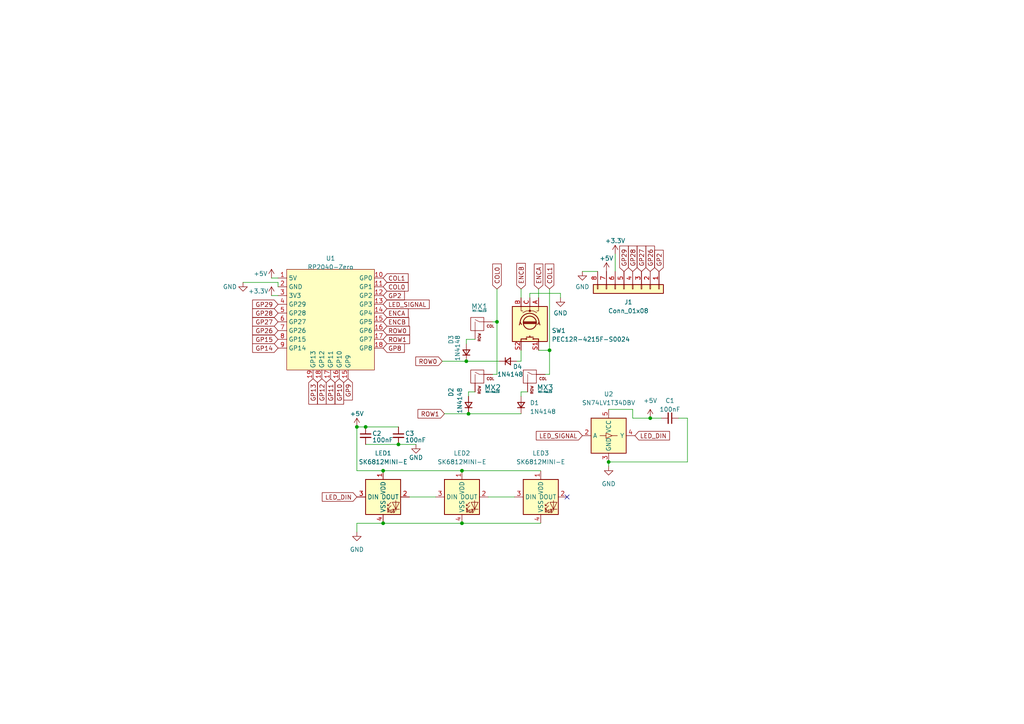
<source format=kicad_sch>
(kicad_sch (version 20230121) (generator eeschema)
  (paper "A4")
  (lib_symbols
    (symbol "Connector_Generic:Conn_01x08" (pin_names (offset 1.016) hide)
      (property "Reference" "J" (at 0 10.16 0))
      (property "Value" "Conn_01x08" (at 0 -12.7 0))
      (symbol "Conn_01x08_1_1"
        (rectangle (start -1.27 -10.033) (end 0 -10.287) (stroke (width 0.1524)))
        (rectangle (start -1.27 -7.493) (end 0 -7.747) (stroke (width 0.1524)))
        (rectangle (start -1.27 -4.953) (end 0 -5.207) (stroke (width 0.1524)))
        (rectangle (start -1.27 -2.413) (end 0 -2.667) (stroke (width 0.1524)))
        (rectangle (start -1.27 0.127) (end 0 -0.127) (stroke (width 0.1524)))
        (rectangle (start -1.27 2.667) (end 0 2.413) (stroke (width 0.1524)))
        (rectangle (start -1.27 5.207) (end 0 4.953) (stroke (width 0.1524)))
        (rectangle (start -1.27 7.747) (end 0 7.493) (stroke (width 0.1524)))
        (rectangle (start -1.27 8.89) (end 1.27 -11.43) (stroke (width 0.254)) (fill (type background)))
        (pin passive line (at -5.08 7.62 0) (length 3.81) (name "Pin_1") (number "1"))
        (pin passive line (at -5.08 5.08 0) (length 3.81) (name "Pin_2") (number "2"))
        (pin passive line (at -5.08 2.54 0) (length 3.81) (name "Pin_3") (number "3"))
        (pin passive line (at -5.08 0 0) (length 3.81) (name "Pin_4") (number "4"))
        (pin passive line (at -5.08 -2.54 0) (length 3.81) (name "Pin_5") (number "5"))
        (pin passive line (at -5.08 -5.08 0) (length 3.81) (name "Pin_6") (number "6"))
        (pin passive line (at -5.08 -7.62 0) (length 3.81) (name "Pin_7") (number "7"))
        (pin passive line (at -5.08 -10.16 0) (length 3.81) (name "Pin_8") (number "8"))
      )
    )
    (symbol "Device:C_Small" (pin_numbers hide) (pin_names (offset 0.254) hide)
      (property "Reference" "C" (at 0.254 1.778 0))
      (property "Value" "C_Small" (at 0.254 -2.032 0))
      (symbol "C_Small_0_1"
        (polyline (pts (xy -1.524 -0.508) (xy 1.524 -0.508)) (stroke (width 0.3302)))
        (polyline (pts (xy -1.524 0.508) (xy 1.524 0.508)) (stroke (width 0.3048)))
      )
      (symbol "C_Small_1_1"
        (pin passive line (at 0 2.54 270) (length 2.032) (name "~") (number "1"))
        (pin passive line (at 0 -2.54 90) (length 2.032) (name "~") (number "2"))
      )
    )
    (symbol "Device:D_Small" (pin_numbers hide) (pin_names (offset 0.254) hide)
      (property "Reference" "D" (at -1.27 2.032 0))
      (property "Value" "D_Small" (at -3.81 -2.032 0))
      (symbol "D_Small_0_1"
        (polyline (pts (xy -0.762 -1.016) (xy -0.762 1.016)) (stroke (width 0.254)))
        (polyline (pts (xy -0.762 0) (xy 0.762 0)))
        (polyline (pts (xy 0.762 -1.016) (xy -0.762 0) (xy 0.762 1.016) (xy 0.762 -1.016)) (stroke (width 0.254)))
      )
      (symbol "D_Small_1_1"
        (pin passive line (at -2.54 0 0) (length 1.778) (name "K") (number "1"))
        (pin passive line (at 2.54 0 180) (length 1.778) (name "A") (number "2"))
      )
    )
    (symbol "Device:RotaryEncoder_Switch" (pin_names (offset 0.254) hide)
      (property "Reference" "SW" (at 0 6.604 0))
      (property "Value" "RotaryEncoder_Switch" (at 0 -6.604 0))
      (symbol "RotaryEncoder_Switch_0_1"
        (rectangle (start -5.08 5.08) (end 5.08 -5.08) (stroke (width 0.254)) (fill (type background)))
        (circle (center -3.81 0) (radius 0.254) (fill (type outline)))
        (circle (center -0.381 0) (radius 1.905) (stroke (width 0.254)))
        (arc (start -0.381 2.667) (mid -3.0988 -0.0635) (end -0.381 -2.794) (stroke (width 0.254)))
        (polyline (pts (xy -0.635 -1.778) (xy -0.635 1.778)) (stroke (width 0.254)))
        (polyline (pts (xy -0.381 -1.778) (xy -0.381 1.778)) (stroke (width 0.254)))
        (polyline (pts (xy -0.127 1.778) (xy -0.127 -1.778)) (stroke (width 0.254)))
        (polyline (pts (xy 3.81 0) (xy 3.429 0)) (stroke (width 0.254)))
        (polyline (pts (xy 3.81 1.016) (xy 3.81 -1.016)) (stroke (width 0.254)))
        (polyline (pts (xy -5.08 -2.54) (xy -3.81 -2.54) (xy -3.81 -2.032)))
        (polyline (pts (xy -5.08 2.54) (xy -3.81 2.54) (xy -3.81 2.032)))
        (polyline (pts (xy 0.254 -3.048) (xy -0.508 -2.794) (xy 0.127 -2.413)) (stroke (width 0.254)))
        (polyline (pts (xy 0.254 2.921) (xy -0.508 2.667) (xy 0.127 2.286)) (stroke (width 0.254)))
        (polyline (pts (xy 5.08 -2.54) (xy 4.318 -2.54) (xy 4.318 -1.016)) (stroke (width 0.254)))
        (polyline (pts (xy 5.08 2.54) (xy 4.318 2.54) (xy 4.318 1.016)) (stroke (width 0.254)))
        (polyline (pts (xy -5.08 0) (xy -3.81 0) (xy -3.81 -1.016) (xy -3.302 -2.032)))
        (polyline (pts (xy -4.318 0) (xy -3.81 0) (xy -3.81 1.016) (xy -3.302 2.032)))
        (circle (center 4.318 -1.016) (radius 0.127) (stroke (width 0.254)))
        (circle (center 4.318 1.016) (radius 0.127) (stroke (width 0.254)))
      )
      (symbol "RotaryEncoder_Switch_1_1"
        (pin passive line (at -7.62 2.54 0) (length 2.54) (name "A") (number "A"))
        (pin passive line (at -7.62 -2.54 0) (length 2.54) (name "B") (number "B"))
        (pin passive line (at -7.62 0 0) (length 2.54) (name "C") (number "C"))
        (pin passive line (at 7.62 2.54 180) (length 2.54) (name "S1") (number "S1"))
        (pin passive line (at 7.62 -2.54 180) (length 2.54) (name "S2") (number "S2"))
      )
    )
    (symbol "Logic_LevelTranslator:SN74LV1T34DBV"
      (property "Reference" "U" (at 5.08 6.35 0))
      (property "Value" "SN74LV1T34DBV" (at 5.08 3.81 0))
      (symbol "SN74LV1T34DBV_0_1"
        (rectangle (start -5.08 5.08) (end 5.08 -5.08) (stroke (width 0.254)) (fill (type background)))
        (polyline (pts (xy -0.762 0) (xy -2.54 0)))
        (polyline (pts (xy 1.016 0) (xy 2.54 0)))
      )
      (symbol "SN74LV1T34DBV_1_1"
        (polyline (pts (xy -0.762 -0.762) (xy -0.762 0.762) (xy 1.016 0) (xy -0.762 -0.762)))
        (pin no_connect line (at -5.08 2.54 0) (length 2.54) hide (name "NC") (number "1"))
        (pin input line (at -7.62 0 0) (length 2.54) (name "A") (number "2"))
        (pin power_in line (at 0 -7.62 90) (length 2.54) (name "GND") (number "3"))
        (pin output line (at 7.62 0 180) (length 2.54) (name "Y") (number "4"))
        (pin power_in line (at 0 7.62 270) (length 2.54) (name "VCC") (number "5"))
      )
    )
    (symbol "MX_Alps_Hybrid:MX-NoLED" (pin_names (offset 1.016))
      (property "Reference" "MX" (at -0.635 3.81 0))
      (property "Value" "MX-NoLED" (at -0.635 1.27 0))
      (symbol "MX-NoLED_0_0"
        (rectangle (start -2.54 2.54) (end 1.27 -1.27))
        (polyline (pts (xy -1.27 -1.27) (xy -1.27 1.27)) (stroke (width 0.127)))
        (polyline (pts (xy 1.27 1.27) (xy 0 1.27) (xy -1.27 1.905)) (stroke (width 0.127)))
        (text "COL" (at 3.175 0 0) (effects (font (size 0.762 0.762))))
        (text "ROW" (at 0 -1.905 900) (effects (font (size 0.762 0.762)) (justify right)))
      )
      (symbol "MX-NoLED_1_1"
        (pin passive line (at 3.81 1.27 180) (length 2.54) (name "COL") (number "1"))
        (pin passive line (at -1.27 -3.81 90) (length 2.54) (name "ROW") (number "2"))
      )
    )
    (symbol "RP2040-Zero:RP2040-Zero"
      (property "Reference" "U" (at 0 0 0))
      (property "Value" "RP2040-Zero" (at 0 8.89 0))
      (symbol "RP2040-Zero_0_1"
        (rectangle (start -12.7 7.62) (end 12.7 -21.59) (fill (type background)))
      )
      (symbol "RP2040-Zero_1_1"
        (pin power_in line (at -15.24 5.08 0) (length 2.54) (name "5V") (number "1"))
        (pin bidirectional line (at 15.24 5.08 180) (length 2.54) (name "GP0") (number "10"))
        (pin bidirectional line (at 15.24 2.54 180) (length 2.54) (name "GP1") (number "11"))
        (pin bidirectional line (at 15.24 0 180) (length 2.54) (name "GP2") (number "12"))
        (pin bidirectional line (at 15.24 -2.54 180) (length 2.54) (name "GP3") (number "13"))
        (pin bidirectional line (at 15.24 -5.08 180) (length 2.54) (name "GP4") (number "14"))
        (pin bidirectional line (at 15.24 -7.62 180) (length 2.54) (name "GP5") (number "15"))
        (pin bidirectional line (at 5.08 -24.13 90) (length 2.54) (name "GP9") (number "15"))
        (pin bidirectional line (at 2.54 -24.13 90) (length 2.54) (name "GP10") (number "16"))
        (pin bidirectional line (at 15.24 -10.16 180) (length 2.54) (name "GP6") (number "16"))
        (pin bidirectional line (at 0 -24.13 90) (length 2.54) (name "GP11") (number "17"))
        (pin bidirectional line (at 15.24 -12.7 180) (length 2.54) (name "GP7") (number "17"))
        (pin bidirectional line (at -2.54 -24.13 90) (length 2.54) (name "GP12") (number "18"))
        (pin bidirectional line (at 15.24 -15.24 180) (length 2.54) (name "GP8") (number "18"))
        (pin bidirectional line (at -5.08 -24.13 90) (length 2.54) (name "GP13") (number "19"))
        (pin power_in line (at -15.24 2.54 0) (length 2.54) (name "GND") (number "2"))
        (pin power_in line (at -15.24 0 0) (length 2.54) (name "3V3") (number "3"))
        (pin bidirectional line (at -15.24 -2.54 0) (length 2.54) (name "GP29") (number "4"))
        (pin bidirectional line (at -15.24 -5.08 0) (length 2.54) (name "GP28") (number "5"))
        (pin bidirectional line (at -15.24 -7.62 0) (length 2.54) (name "GP27") (number "6"))
        (pin bidirectional line (at -15.24 -10.16 0) (length 2.54) (name "GP26") (number "7"))
        (pin bidirectional line (at -15.24 -12.7 0) (length 2.54) (name "GP15") (number "8"))
        (pin bidirectional line (at -15.24 -15.24 0) (length 2.54) (name "GP14") (number "9"))
      )
    )
    (symbol "marbastlib-various:SK6812MINI-E"
      (property "Reference" "LED" (at 2.54 6.35 0))
      (property "Value" "SK6812MINI-E" (at 7.62 -6.35 0))
      (symbol "SK6812MINI-E_0_0"
        (text "RGB" (at 2.286 -4.191 0) (effects (font (size 0.762 0.762))))
      )
      (symbol "SK6812MINI-E_0_1"
        (polyline (pts (xy 1.27 -3.556) (xy 1.778 -3.556)))
        (polyline (pts (xy 1.27 -2.54) (xy 1.778 -2.54)))
        (polyline (pts (xy 4.699 -3.556) (xy 2.667 -3.556)))
        (polyline (pts (xy 2.286 -2.54) (xy 1.27 -3.556) (xy 1.27 -3.048)))
        (polyline (pts (xy 2.286 -1.524) (xy 1.27 -2.54) (xy 1.27 -2.032)))
        (polyline (pts (xy 3.683 -1.016) (xy 3.683 -3.556) (xy 3.683 -4.064)))
        (polyline (pts (xy 4.699 -1.524) (xy 2.667 -1.524) (xy 3.683 -3.556) (xy 4.699 -1.524)))
        (rectangle (start 5.08 5.08) (end -5.08 -5.08) (stroke (width 0.254)) (fill (type background)))
      )
      (symbol "SK6812MINI-E_1_1"
        (pin power_in line (at 0 7.62 270) (length 2.54) (name "VDD") (number "1"))
        (pin output line (at 7.62 0 180) (length 2.54) (name "DOUT") (number "2"))
        (pin input line (at -7.62 0 0) (length 2.54) (name "DIN") (number "3"))
        (pin power_in line (at 0 -7.62 90) (length 2.54) (name "VSS") (number "4"))
      )
    )
    (symbol "power:+3.3V" (power) (pin_names (offset 0))
      (property "Value" "+3.3V" (at 0 3.556 0))
      (symbol "+3.3V_0_1"
        (polyline (pts (xy -0.762 1.27) (xy 0 2.54)))
        (polyline (pts (xy 0 0) (xy 0 2.54)))
        (polyline (pts (xy 0 2.54) (xy 0.762 1.27)))
      )
      (symbol "+3.3V_1_1"
        (pin power_in line (at 0 0 90) (length 0) hide (name "+3.3V") (number "1"))
      )
    )
    (symbol "power:+5V" (power) (pin_names (offset 0))
      (property "Value" "+5V" (at 0 3.556 0))
      (symbol "+5V_0_1"
        (polyline (pts (xy -0.762 1.27) (xy 0 2.54)))
        (polyline (pts (xy 0 0) (xy 0 2.54)))
        (polyline (pts (xy 0 2.54) (xy 0.762 1.27)))
      )
      (symbol "+5V_1_1"
        (pin power_in line (at 0 0 90) (length 0) hide (name "+5V") (number "1"))
      )
    )
    (symbol "power:GND" (power) (pin_names (offset 0))
      (property "Value" "GND" (at 0 -3.81 0))
      (symbol "GND_0_1"
        (polyline (pts (xy 0 0) (xy 0 -1.27) (xy 1.27 -1.27) (xy 0 -2.54) (xy -1.27 -1.27) (xy 0 -1.27)))
      )
      (symbol "GND_1_1"
        (pin power_in line (at 0 0 270) (length 0) hide (name "GND") (number "1"))
      )
    )
  )
  (junction (at 188.595 121.285))
  (junction (at 133.985 136.525))
  (junction (at 133.985 151.765))
  (junction (at 111.125 151.765))
  (junction (at 115.57 128.905))
  (junction (at 103.505 123.825))
  (junction (at 111.125 136.525))
  (junction (at 159.385 101.6))
  (junction (at 176.53 133.985))
  (junction (at 106.045 123.825))
  (junction (at 135.255 104.775))
  (junction (at 135.89 120.015))
  (junction (at 144.145 93.345))
  (no_connect (at 164.465 144.145))
  (wire (pts (xy 133.985 136.525) (xy 156.845 136.525)))
  (wire (pts (xy 151.13 101.6) (xy 151.13 104.775)))
  (wire (pts (xy 103.505 123.825) (xy 103.505 136.525)))
  (wire (pts (xy 178.435 73.66) (xy 178.435 78.74)))
  (wire (pts (xy 142.875 108.585) (xy 144.145 108.585)))
  (wire (pts (xy 199.39 121.285) (xy 196.85 121.285)))
  (wire (pts (xy 151.13 113.665) (xy 151.13 114.935)))
  (wire (pts (xy 78.74 80.645) (xy 80.645 80.645)))
  (wire (pts (xy 80.645 81.915) (xy 80.645 83.185)))
  (wire (pts (xy 156.21 101.6) (xy 159.385 101.6)))
  (wire (pts (xy 159.385 101.6) (xy 159.385 108.585)))
  (wire (pts (xy 168.91 78.74) (xy 173.355 78.74)))
  (wire (pts (xy 151.13 113.665) (xy 153.035 113.665)))
  (wire (pts (xy 103.505 151.765) (xy 103.505 154.305)))
  (wire (pts (xy 135.255 104.775) (xy 144.78 104.775)))
  (wire (pts (xy 135.89 113.665) (xy 135.89 114.935)))
  (wire (pts (xy 128.27 104.775) (xy 135.255 104.775)))
  (wire (pts (xy 78.74 85.725) (xy 80.645 85.725)))
  (wire (pts (xy 141.605 144.145) (xy 149.225 144.145)))
  (wire (pts (xy 162.56 85.09) (xy 153.67 85.09)))
  (wire (pts (xy 135.255 99.695) (xy 135.255 98.425)))
  (wire (pts (xy 144.145 108.585) (xy 144.145 93.345)))
  (wire (pts (xy 153.67 85.09) (xy 153.67 86.36)))
  (wire (pts (xy 70.485 81.915) (xy 80.645 81.915)))
  (wire (pts (xy 135.255 98.425) (xy 137.795 98.425)))
  (wire (pts (xy 188.595 121.285) (xy 191.77 121.285)))
  (wire (pts (xy 103.505 136.525) (xy 111.125 136.525)))
  (wire (pts (xy 159.385 108.585) (xy 158.115 108.585)))
  (wire (pts (xy 151.13 83.82) (xy 151.13 86.36)))
  (wire (pts (xy 183.515 121.285) (xy 188.595 121.285)))
  (wire (pts (xy 106.045 128.905) (xy 115.57 128.905)))
  (wire (pts (xy 142.875 93.345) (xy 144.145 93.345)))
  (wire (pts (xy 151.13 104.775) (xy 149.86 104.775)))
  (wire (pts (xy 103.505 151.765) (xy 111.125 151.765)))
  (wire (pts (xy 199.39 133.985) (xy 199.39 121.285)))
  (wire (pts (xy 111.125 151.765) (xy 133.985 151.765)))
  (wire (pts (xy 183.515 118.745) (xy 183.515 121.285)))
  (wire (pts (xy 156.21 83.82) (xy 156.21 86.36)))
  (wire (pts (xy 135.89 120.015) (xy 151.13 120.015)))
  (wire (pts (xy 118.745 144.145) (xy 126.365 144.145)))
  (wire (pts (xy 144.145 83.82) (xy 144.145 93.345)))
  (wire (pts (xy 135.89 113.665) (xy 137.795 113.665)))
  (wire (pts (xy 176.53 135.255) (xy 176.53 133.985)))
  (wire (pts (xy 106.045 123.825) (xy 115.57 123.825)))
  (wire (pts (xy 162.56 86.36) (xy 162.56 85.09)))
  (wire (pts (xy 128.905 120.015) (xy 135.89 120.015)))
  (wire (pts (xy 115.57 128.905) (xy 120.65 128.905)))
  (wire (pts (xy 111.125 136.525) (xy 133.985 136.525)))
  (wire (pts (xy 176.53 118.745) (xy 183.515 118.745)))
  (wire (pts (xy 176.53 133.985) (xy 199.39 133.985)))
  (wire (pts (xy 133.985 151.765) (xy 156.845 151.765)))
  (wire (pts (xy 103.505 123.825) (xy 106.045 123.825)))
  (wire (pts (xy 159.385 83.82) (xy 159.385 101.6)))
  (global_label "GP27" (shape input) (at 80.645 93.345 180) (property "Intersheetrefs" "${INTERSHEET_REFS}" (effects hide)))
  (global_label "GP26" (shape input) (at 80.645 95.885 180) (property "Intersheetrefs" "${INTERSHEET_REFS}" (effects hide)))
  (global_label "COL1" (shape input) (at 111.125 80.645 0) (property "Intersheetrefs" "${INTERSHEET_REFS}" (effects hide)))
  (global_label "GP14" (shape input) (at 80.645 100.965 180) (property "Intersheetrefs" "${INTERSHEET_REFS}" (effects hide)))
  (global_label "GP2" (shape input) (at 191.135 78.74 90) (property "Intersheetrefs" "${INTERSHEET_REFS}" (effects hide)))
  (global_label "GP12" (shape input) (at 93.345 109.855 270) (property "Intersheetrefs" "${INTERSHEET_REFS}" (effects hide)))
  (global_label "LED_DIN" (shape input) (at 103.505 144.145 180) (property "Intersheetrefs" "${INTERSHEET_REFS}" (effects hide)))
  (global_label "LED_SIGNAL" (shape input) (at 168.91 126.365 180) (property "Intersheetrefs" "${INTERSHEET_REFS}" (effects hide)))
  (global_label "LED_DIN" (shape input) (at 184.15 126.365 0) (property "Intersheetrefs" "${INTERSHEET_REFS}" (effects hide)))
  (global_label "ROW0" (shape input) (at 128.27 104.775 180) (property "Intersheetrefs" "${INTERSHEET_REFS}" (effects hide)))
  (global_label "GP29" (shape input) (at 80.645 88.265 180) (property "Intersheetrefs" "${INTERSHEET_REFS}" (effects hide)))
  (global_label "ENCB" (shape input) (at 151.13 83.82 90) (property "Intersheetrefs" "${INTERSHEET_REFS}" (effects hide)))
  (global_label "GP9" (shape input) (at 100.965 109.855 270) (property "Intersheetrefs" "${INTERSHEET_REFS}" (effects hide)))
  (global_label "LED_SIGNAL" (shape input) (at 111.125 88.265 0) (property "Intersheetrefs" "${INTERSHEET_REFS}" (effects hide)))
  (global_label "GP27" (shape input) (at 186.055 78.74 90) (property "Intersheetrefs" "${INTERSHEET_REFS}" (effects hide)))
  (global_label "COL1" (shape input) (at 159.385 83.82 90) (property "Intersheetrefs" "${INTERSHEET_REFS}" (effects hide)))
  (global_label "COL0" (shape input) (at 144.145 83.82 90) (property "Intersheetrefs" "${INTERSHEET_REFS}" (effects hide)))
  (global_label "GP15" (shape input) (at 80.645 98.425 180) (property "Intersheetrefs" "${INTERSHEET_REFS}" (effects hide)))
  (global_label "GP29" (shape input) (at 180.975 78.74 90) (property "Intersheetrefs" "${INTERSHEET_REFS}" (effects hide)))
  (global_label "GP13" (shape input) (at 90.805 109.855 270) (property "Intersheetrefs" "${INTERSHEET_REFS}" (effects hide)))
  (global_label "GP11" (shape input) (at 95.885 109.855 270) (property "Intersheetrefs" "${INTERSHEET_REFS}" (effects hide)))
  (global_label "ENCB" (shape input) (at 111.125 93.345 0) (property "Intersheetrefs" "${INTERSHEET_REFS}" (effects hide)))
  (global_label "ROW1" (shape input) (at 111.125 98.425 0) (property "Intersheetrefs" "${INTERSHEET_REFS}" (effects hide)))
  (global_label "GP28" (shape input) (at 80.645 90.805 180) (property "Intersheetrefs" "${INTERSHEET_REFS}" (effects hide)))
  (global_label "ROW0" (shape input) (at 111.125 95.885 0) (property "Intersheetrefs" "${INTERSHEET_REFS}" (effects hide)))
  (global_label "GP26" (shape input) (at 188.595 78.74 90) (property "Intersheetrefs" "${INTERSHEET_REFS}" (effects hide)))
  (global_label "GP8" (shape input) (at 111.125 100.965 0) (property "Intersheetrefs" "${INTERSHEET_REFS}" (effects hide)))
  (global_label "COL0" (shape input) (at 111.125 83.185 0) (property "Intersheetrefs" "${INTERSHEET_REFS}" (effects hide)))
  (global_label "GP28" (shape input) (at 183.515 78.74 90) (property "Intersheetrefs" "${INTERSHEET_REFS}" (effects hide)))
  (global_label "ENCA" (shape input) (at 111.125 90.805 0) (property "Intersheetrefs" "${INTERSHEET_REFS}" (effects hide)))
  (global_label "ROW1" (shape input) (at 128.905 120.015 180) (property "Intersheetrefs" "${INTERSHEET_REFS}" (effects hide)))
  (global_label "ENCA" (shape input) (at 156.21 83.82 90) (property "Intersheetrefs" "${INTERSHEET_REFS}" (effects hide)))
  (global_label "GP10" (shape input) (at 98.425 109.855 270) (property "Intersheetrefs" "${INTERSHEET_REFS}" (effects hide)))
  (global_label "GP2" (shape input) (at 111.125 85.725 0) (property "Intersheetrefs" "${INTERSHEET_REFS}" (effects hide)))
  (symbol (lib_id "power:+5V") (at 175.895 78.74 0) (unit 1)
    (property "Reference" "#PWR07" (effects hide))
    (property "Value" "+5V" (at 175.895 74.93 0))
  )
  (symbol (lib_id "power:GND") (at 70.485 81.915 0) (unit 1)
    (property "Reference" "#PWR09" (effects hide))
    (property "Value" "GND" (at 66.675 83.185 0))
  )
  (symbol (lib_id "Device:D_Small") (at 147.32 104.775 0) (unit 1)
    (property "Reference" "D4" (at 151.4475 106.3625 0) (effects (justify right)))
    (property "Value" "1N4148" (at 151.765 108.585 0) (effects (justify right)))
    (property "Footprint" "Diode_THT:D_DO-35_SOD27_P7.62mm_Horizontal" (effects hide))
    (property "Sim.Device" "D" (effects hide))
    (property "Sim.Pins" "1=K 2=A" (effects hide))
  )
  (symbol (lib_id "Device:C_Small") (at 106.045 126.365 0) (unit 1)
    (property "Reference" "C2" (at 107.95 125.73 0) (effects (justify left)))
    (property "Value" "100nF" (at 107.95 127.635 0) (effects (justify left)))
    (property "Footprint" "Capacitor_SMD:C_0805_2012Metric_Pad1.18x1.45mm_HandSolder" (effects hide))
    (property "LCSC" "C1525" (effects hide))
  )
  (symbol (lib_id "marbastlib-various:SK6812MINI-E") (at 156.845 144.145 0) (unit 1)
    (property "Reference" "LED3" (at 156.845 131.445 0))
    (property "Value" "SK6812MINI-E" (at 156.845 133.985 0))
    (property "Footprint" "marbastlib-mx:LED_MX_6028R" (effects hide))
  )
  (symbol (lib_id "Device:RotaryEncoder_Switch") (at 153.67 93.98 270) (unit 1)
    (property "Reference" "SW1" (at 160.02 95.885 90) (effects (justify left)))
    (property "Value" "PEC12R-4215F-S0024" (at 160.02 98.425 90) (effects (justify left)))
    (property "Footprint" "Rotary_Encoder:RotaryEncoder_Bourns_Vertical_PEC12R-3xxxF-Sxxxx" (effects hide))
  )
  (symbol (lib_id "Connector_Generic:Conn_01x08") (at 183.515 83.82 270) (unit 1)
    (property "Reference" "J1" (at 182.245 87.63 90))
    (property "Value" "Conn_01x08" (at 182.245 90.17 90))
    (property "Footprint" "Connector_PinHeader_2.54mm:PinHeader_1x08_P2.54mm_Vertical" (effects hide))
  )
  (symbol (lib_id "power:GND") (at 120.65 128.905 0) (unit 1)
    (property "Reference" "#PWR012" (effects hide))
    (property "Value" "GND" (at 120.65 132.715 0))
  )
  (symbol (lib_id "MX_Alps_Hybrid:MX-NoLED") (at 139.065 109.855 0) (unit 1)
    (property "Reference" "MX2" (at 142.875 112.395 0) (effects (font (size 1.524 1.524))))
    (property "Value" "MX-NoLED" (at 142.875 113.665 0) (effects (font (size 0.508 0.508))))
    (property "Footprint" "MX_Hotswap:MX-Hotswap-1U" (effects hide))
  )
  (symbol (lib_id "power:+5V") (at 78.74 80.645 0) (unit 1)
    (property "Reference" "#PWR04" (effects hide))
    (property "Value" "+5V" (at 75.565 79.375 0))
  )
  (symbol (lib_id "Device:D_Small") (at 135.89 117.475 90) (unit 1)
    (property "Reference" "D2" (at 130.81 112.395 0) (effects (justify right)))
    (property "Value" "1N4148" (at 133.35 112.395 0) (effects (justify right)))
    (property "Footprint" "Diode_THT:D_DO-35_SOD27_P7.62mm_Horizontal" (effects hide))
    (property "Sim.Device" "D" (effects hide))
    (property "Sim.Pins" "1=K 2=A" (effects hide))
  )
  (symbol (lib_id "power:+3.3V") (at 178.435 73.66 0) (unit 1)
    (property "Reference" "#PWR06" (effects hide))
    (property "Value" "+3.3V" (at 178.435 69.85 0))
  )
  (symbol (lib_id "power:+5V") (at 188.595 121.285 0) (unit 1)
    (property "Reference" "#PWR011" (effects hide))
    (property "Value" "+5V" (at 188.595 116.205 0))
  )
  (symbol (lib_id "marbastlib-various:SK6812MINI-E") (at 111.125 144.145 0) (unit 1)
    (property "Reference" "LED1" (at 111.125 131.445 0))
    (property "Value" "SK6812MINI-E" (at 111.125 133.985 0))
    (property "Footprint" "marbastlib-mx:LED_MX_6028R" (effects hide))
  )
  (symbol (lib_id "power:+3.3V") (at 78.74 85.725 0) (unit 1)
    (property "Reference" "#PWR013" (effects hide))
    (property "Value" "+3.3V" (at 74.93 84.455 0))
  )
  (symbol (lib_id "power:GND") (at 168.91 78.74 0) (unit 1)
    (property "Reference" "#PWR08" (effects hide))
    (property "Value" "GND" (at 168.91 83.185 0))
  )
  (symbol (lib_id "MX_Alps_Hybrid:MX-NoLED") (at 139.065 94.615 0) (unit 1)
    (property "Reference" "MX1" (at 139.065 88.9 0) (effects (font (size 1.524 1.524))))
    (property "Value" "MX-NoLED" (at 139.065 90.17 0) (effects (font (size 0.508 0.508))))
    (property "Footprint" "MX_Hotswap:MX-Hotswap-1U" (effects hide))
  )
  (symbol (lib_id "Device:C_Small") (at 194.31 121.285 270) (unit 1)
    (property "Reference" "C1" (at 194.3036 116.205 90))
    (property "Value" "100nF" (at 194.3036 118.745 90))
    (property "Footprint" "Capacitor_SMD:C_0805_2012Metric_Pad1.18x1.45mm_HandSolder" (effects hide))
    (property "LCSC" "C1525" (effects hide))
  )
  (symbol (lib_id "Device:D_Small") (at 151.13 117.475 90) (unit 1)
    (property "Reference" "D1" (at 153.67 116.84 90) (effects (justify right)))
    (property "Value" "1N4148" (at 153.67 119.38 90) (effects (justify right)))
    (property "Footprint" "Diode_THT:D_DO-35_SOD27_P7.62mm_Horizontal" (effects hide))
    (property "Sim.Device" "D" (effects hide))
    (property "Sim.Pins" "1=K 2=A" (effects hide))
  )
  (symbol (lib_id "Device:D_Small") (at 135.255 102.235 90) (unit 1)
    (property "Reference" "D3" (at 130.81 97.155 0) (effects (justify right)))
    (property "Value" "1N4148" (at 132.715 97.155 0) (effects (justify right)))
    (property "Footprint" "Diode_THT:D_DO-35_SOD27_P7.62mm_Horizontal" (effects hide))
    (property "Sim.Device" "D" (effects hide))
    (property "Sim.Pins" "1=K 2=A" (effects hide))
  )
  (symbol (lib_id "power:+5V") (at 103.505 123.825 0) (unit 1)
    (property "Reference" "#PWR01" (effects hide))
    (property "Value" "+5V" (at 103.505 120.015 0))
  )
  (symbol (lib_id "marbastlib-various:SK6812MINI-E") (at 133.985 144.145 0) (unit 1)
    (property "Reference" "LED2" (at 133.985 131.445 0))
    (property "Value" "SK6812MINI-E" (at 133.985 133.985 0))
    (property "Footprint" "marbastlib-mx:LED_MX_6028R" (effects hide))
  )
  (symbol (lib_id "power:GND") (at 176.53 135.255 0) (unit 1)
    (property "Reference" "#PWR010" (effects hide))
    (property "Value" "GND" (at 176.53 140.335 0))
  )
  (symbol (lib_id "power:GND") (at 162.56 86.36 0) (unit 1)
    (property "Reference" "#PWR05" (effects hide))
    (property "Value" "GND" (at 162.56 90.805 0))
  )
  (symbol (lib_id "Device:C_Small") (at 115.57 126.365 0) (unit 1)
    (property "Reference" "C3" (at 117.475 125.73 0) (effects (justify left)))
    (property "Value" "100nF" (at 117.475 127.635 0) (effects (justify left)))
    (property "Footprint" "Capacitor_SMD:C_0805_2012Metric_Pad1.18x1.45mm_HandSolder" (effects hide))
    (property "LCSC" "C1525" (effects hide))
  )
  (symbol (lib_id "power:GND") (at 103.505 154.305 0) (unit 1)
    (property "Reference" "#PWR02" (effects hide))
    (property "Value" "GND" (at 103.505 159.385 0))
  )
  (symbol (lib_id "RP2040-Zero:RP2040-Zero") (at 95.885 85.725 0) (unit 1)
    (property "Reference" "U1" (at 95.885 74.93 0))
    (property "Value" "RP2040-Zero" (at 95.885 77.47 0))
    (property "Footprint" "RP2040-Zero:RP2040 Zero" (effects hide))
  )
  (symbol (lib_id "Logic_LevelTranslator:SN74LV1T34DBV") (at 176.53 126.365 0) (unit 1)
    (property "Reference" "U2" (at 176.53 114.3 0))
    (property "Value" "SN74LV1T34DBV" (at 176.53 116.84 0))
    (property "Footprint" "Package_TO_SOT_SMD:SOT-23-5" (effects hide))
    (property "Datasheet" "https://www.ti.com/lit/ds/symlink/sn74lv1t34.pdf" (effects hide))
    (property "LCSC" "C100024" (effects hide))
  )
  (symbol (lib_id "MX_Alps_Hybrid:MX-NoLED") (at 154.305 109.855 0) (unit 1)
    (property "Reference" "MX3" (at 158.115 112.395 0) (effects (font (size 1.524 1.524))))
    (property "Value" "MX-NoLED" (at 158.115 113.665 0) (effects (font (size 0.508 0.508))))
    (property "Footprint" "MX_Hotswap:MX-Hotswap-1U" (effects hide))
  )
)
</source>
